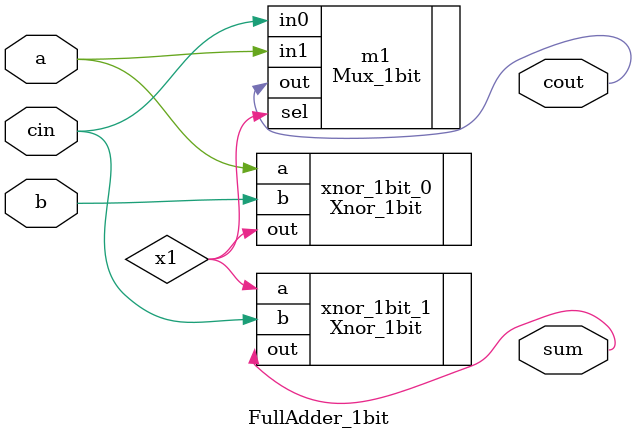
<source format=v>
`timescale 1ns/1ps

module FullAdder_1bit (sum, cout, a, b, cin);

input a;
input b;
input cin;
output sum;
output cout;

wire x1;

Xnor_1bit xnor_1bit_0 (
  .a(a),
  .b(b),
  .out(x1)
);

Xnor_1bit xnor_1bit_1 (
  .a(x1),
  .b(cin),
  .out(sum)
);

Mux_1bit m1 (
  .in1(a),
  .in0(cin),
  .sel(x1),
  .out(cout)
);

endmodule


</source>
